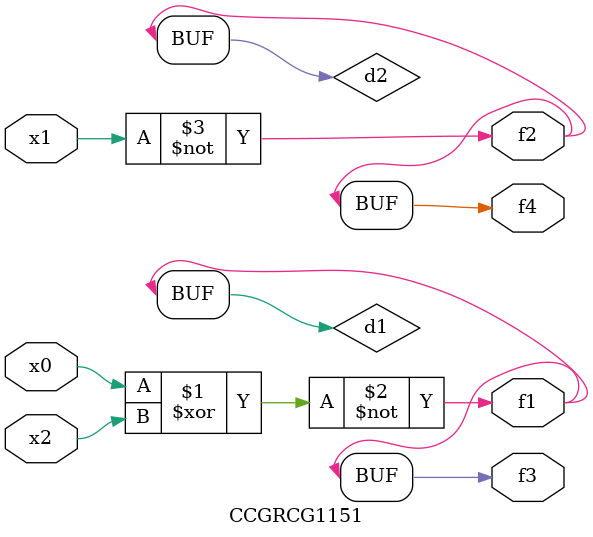
<source format=v>
module CCGRCG1151(
	input x0, x1, x2,
	output f1, f2, f3, f4
);

	wire d1, d2, d3;

	xnor (d1, x0, x2);
	nand (d2, x1);
	nor (d3, x1, x2);
	assign f1 = d1;
	assign f2 = d2;
	assign f3 = d1;
	assign f4 = d2;
endmodule

</source>
